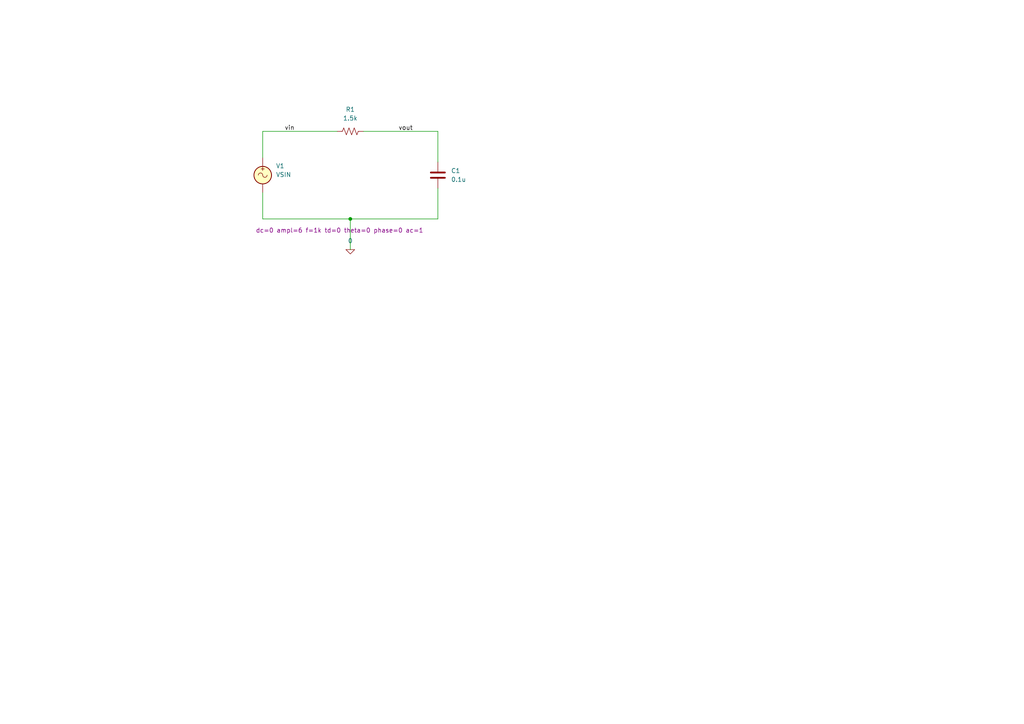
<source format=kicad_sch>
(kicad_sch (version 20250114) (generator "eeschema") (generator_version "9.0")
  (paper "A4")
  (lib_symbols
    (symbol "Device:C" (pin_numbers (hide yes)) (pin_names (offset 0.254))
      (property "Reference" "C" (at 0.635 2.54 0))
      (property "Value" "C" (at 0.635 -2.54 0))
      (symbol "C_0_1"
        (polyline (pts (xy -2.032 0.762) (xy 2.032 0.762)) (stroke (width 0.508)))
        (polyline (pts (xy -2.032 -0.762) (xy 2.032 -0.762)) (stroke (width 0.508)))
      )
      (symbol "C_1_1"
        (pin passive line (at 0 3.81 270) (length 2.794) (name "~") (number "1"))
        (pin passive line (at 0 -3.81 90) (length 2.794) (name "~") (number "2"))
      )
    )
    (symbol "Device:R_US" (pin_numbers (hide yes)) (pin_names (offset 0))
      (property "Reference" "R" (at 2.54 0 90))
      (property "Value" "R_US" (at -2.54 0 90))
      (symbol "R_US_0_1"
        (polyline (pts (xy 0 2.286) (xy 0 2.54)))
        (polyline (pts (xy 0 2.286) (xy 1.016 1.905) (xy 0 1.524) (xy -1.016 1.143) (xy 0 0.762)))
        (polyline (pts (xy 0 0.762) (xy 1.016 0.381) (xy 0 0) (xy -1.016 -0.381) (xy 0 -0.762)))
        (polyline (pts (xy 0 -0.762) (xy 1.016 -1.143) (xy 0 -1.524) (xy -1.016 -1.905) (xy 0 -2.286)))
        (polyline (pts (xy 0 -2.286) (xy 0 -2.54)))
      )
      (symbol "R_US_1_1"
        (pin passive line (at 0 3.81 270) (length 1.27) (name "~") (number "1"))
        (pin passive line (at 0 -3.81 90) (length 1.27) (name "~") (number "2"))
      )
    )
    (symbol "Simulation_SPICE:0" (power) (pin_numbers (hide yes)) (pin_names (offset 0) (hide yes))
      (property "Value" "0" (at 0 -2.54 0))
      (symbol "0_0_1"
        (polyline (pts (xy -1.27 0) (xy 0 -1.27) (xy 1.27 0) (xy -1.27 0)))
      )
      (symbol "0_1_1"
        (pin power_in line (at 0 0 0) (length 0) (name "~") (number "1"))
      )
    )
    (symbol "Simulation_SPICE:VSIN" (pin_numbers (hide yes)) (pin_names (offset 0.0254))
      (property "Reference" "V" (at 2.54 2.54 0))
      (property "Value" "VSIN" (at 2.54 0 0))
      (property "Sim.Params" "dc=0 ampl=1 f=1k ac=1" (at 2.54 -2.54 0))
      (symbol "VSIN_0_0"
        (arc (start -1.27 0) (mid -0.635 0.6323) (end 0 0))
        (arc (start 1.27 0) (mid 0.635 -0.6323) (end 0 0))
        (text "+" (at 0 1.905 0) (effects (font (size 1.27 1.27))))
      )
      (symbol "VSIN_0_1"
        (circle (center 0 0) (radius 2.54) (stroke (width 0.254)) (fill (type background)))
      )
      (symbol "VSIN_1_1"
        (pin passive line (at 0 5.08 270) (length 2.54) (name "~") (number "1"))
        (pin passive line (at 0 -5.08 90) (length 2.54) (name "~") (number "2"))
      )
    )
  )
  (junction (at 101.6 63.5))
  (wire (pts (xy 76.2 55.88) (xy 76.2 63.5)))
  (wire (pts (xy 105.41 38.1) (xy 127 38.1)))
  (wire (pts (xy 101.6 63.5) (xy 76.2 63.5)))
  (wire (pts (xy 76.2 38.1) (xy 97.79 38.1)))
  (wire (pts (xy 127 54.61) (xy 127 63.5)))
  (wire (pts (xy 127 38.1) (xy 127 46.99)))
  (wire (pts (xy 101.6 63.5) (xy 101.6 72.39)))
  (wire (pts (xy 127 63.5) (xy 101.6 63.5)))
  (wire (pts (xy 76.2 45.72) (xy 76.2 38.1)))
  (label "vout" (at 115.57 38.1 0))
  (label "vin" (at 82.55 38.1 0))
  (symbol (lib_id "Simulation_SPICE:VSIN") (at 76.2 50.8 0) (unit 1)
    (property "Reference" "V1" (at 80.01 48.1301 0) (effects (justify left)))
    (property "Value" "VSIN" (at 80.01 50.6701 0) (effects (justify left)))
    (property "Datasheet" "https://ngspice.sourceforge.io/docs/ngspice-html-manual/manual.xhtml#sec_Independent_Sources_for" (effects (hide yes)))
    (property "Description" "Voltage source, sinusoidal" (effects (hide yes)))
    (property "Sim.Pins" "1=+ 2=-" (effects (hide yes)))
    (property "Sim.Params" "dc=0 ampl=6 f=1k td=0 theta=0 phase=0 ac=1" (at 74.168 66.802 0) (effects (justify left)))
    (property "Sim.Type" "SIN" (effects (hide yes)))
    (property "Sim.Device" "V" (effects (hide yes)))
  )
  (symbol (lib_id "Device:R_US") (at 101.6 38.1 90) (unit 1)
    (property "Reference" "R1" (at 101.6 31.75 90))
    (property "Value" "1.5k" (at 101.6 34.29 90))
    (property "Description" "Resistor, US symbol" (effects (hide yes)))
  )
  (symbol (lib_id "Simulation_SPICE:0") (at 101.6 72.39 0) (unit 1)
    (property "Reference" "#GND01" (effects (hide yes)))
    (property "Value" "0" (at 101.6 69.85 0))
    (property "Datasheet" "https://ngspice.sourceforge.io/docs/ngspice-html-manual/manual.xhtml#subsec_Circuit_elements__device" (effects (hide yes)))
    (property "Description" "0V reference potential for simulation" (effects (hide yes)))
  )
  (symbol (lib_id "Device:C") (at 127 50.8 0) (unit 1)
    (property "Reference" "C1" (at 130.81 49.5299 0) (effects (justify left)))
    (property "Value" "0.1u" (at 130.81 52.0699 0) (effects (justify left)))
    (property "Description" "Unpolarized capacitor" (effects (hide yes)))
  )
)
</source>
